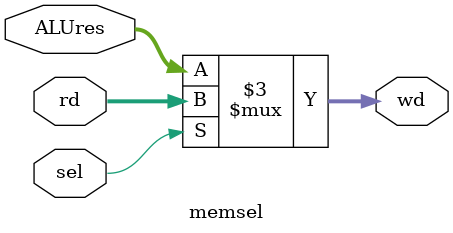
<source format=sv>
`timescale 1ns / 1ps


module memsel(
    input logic [31:0] rd,
    input logic [31:0] ALUres,
    input logic sel,
    output logic [31:0] wd
    );
    
     always_comb begin
           if(sel) 
           wd = rd;  
       else 
          wd = ALUres; 
         end
endmodule

</source>
